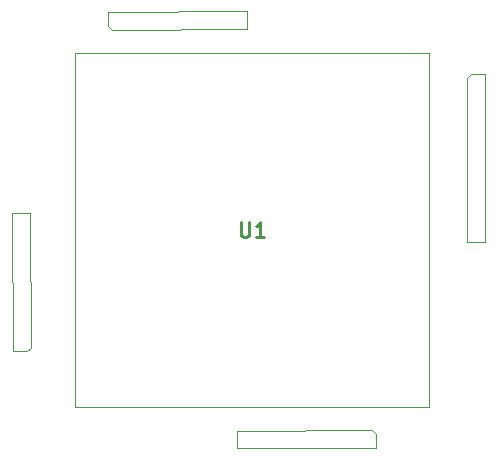
<source format=gbr>
%TF.GenerationSoftware,KiCad,Pcbnew,7.99.0-2677-g3cd60007c5*%
%TF.CreationDate,2023-11-18T11:29:50+03:00*%
%TF.ProjectId,Movita Pro V2_1,4d6f7669-7461-4205-9072-6f2056325f31,rev?*%
%TF.SameCoordinates,Original*%
%TF.FileFunction,AssemblyDrawing,Top*%
%FSLAX46Y46*%
G04 Gerber Fmt 4.6, Leading zero omitted, Abs format (unit mm)*
G04 Created by KiCad (PCBNEW 7.99.0-2677-g3cd60007c5) date 2023-11-18 11:29:50*
%MOMM*%
%LPD*%
G01*
G04 APERTURE LIST*
%ADD10C,0.254000*%
%ADD11C,0.100000*%
G04 APERTURE END LIST*
D10*
X147828480Y-104327918D02*
X147828480Y-105356013D01*
X147828480Y-105356013D02*
X147888957Y-105476965D01*
X147888957Y-105476965D02*
X147949433Y-105537442D01*
X147949433Y-105537442D02*
X148070385Y-105597918D01*
X148070385Y-105597918D02*
X148312290Y-105597918D01*
X148312290Y-105597918D02*
X148433242Y-105537442D01*
X148433242Y-105537442D02*
X148493719Y-105476965D01*
X148493719Y-105476965D02*
X148554195Y-105356013D01*
X148554195Y-105356013D02*
X148554195Y-104327918D01*
X149824195Y-105597918D02*
X149098480Y-105597918D01*
X149461337Y-105597918D02*
X149461337Y-104327918D01*
X149461337Y-104327918D02*
X149340385Y-104509346D01*
X149340385Y-104509346D02*
X149219433Y-104630299D01*
X149219433Y-104630299D02*
X149098480Y-104690775D01*
D11*
%TO.C,U1*%
X133796100Y-90023600D02*
X163796100Y-90023600D01*
X133796100Y-120023600D02*
X133796100Y-90023600D01*
X163796100Y-90023600D02*
X163796100Y-120023600D01*
X163796100Y-120023600D02*
X133796100Y-120023600D01*
%TO.C,J4*%
X166970846Y-92126100D02*
X166973600Y-106023600D01*
X166970846Y-92126100D02*
X167288346Y-91808600D01*
X167280846Y-91808600D02*
X168480846Y-91808600D01*
X168498600Y-106023600D02*
X166973600Y-106023600D01*
X168506100Y-91808600D02*
X168498600Y-106023600D01*
%TO.C,J1*%
X136611100Y-86528854D02*
X148336100Y-86503600D01*
X136611100Y-87728854D02*
X136611100Y-86528854D01*
X136928600Y-88038854D02*
X136611100Y-87721354D01*
X136928600Y-88038854D02*
X148336100Y-88018600D01*
X148336100Y-86503600D02*
X148336100Y-88018600D01*
%TO.C,J2*%
X128496100Y-103563600D02*
X130011100Y-103563600D01*
X128521354Y-115288600D02*
X128496100Y-103563600D01*
X129721354Y-115288600D02*
X128521354Y-115288600D01*
X130031354Y-114971100D02*
X129713854Y-115288600D01*
X130031354Y-114971100D02*
X130011100Y-103563600D01*
%TO.C,J3*%
X147546100Y-123503600D02*
X147546100Y-121988600D01*
X158953600Y-121968346D02*
X147546100Y-121988600D01*
X158953600Y-121968346D02*
X159271100Y-122285846D01*
X159271100Y-122278346D02*
X159271100Y-123478346D01*
X159271100Y-123478346D02*
X147546100Y-123503600D01*
%TD*%
M02*

</source>
